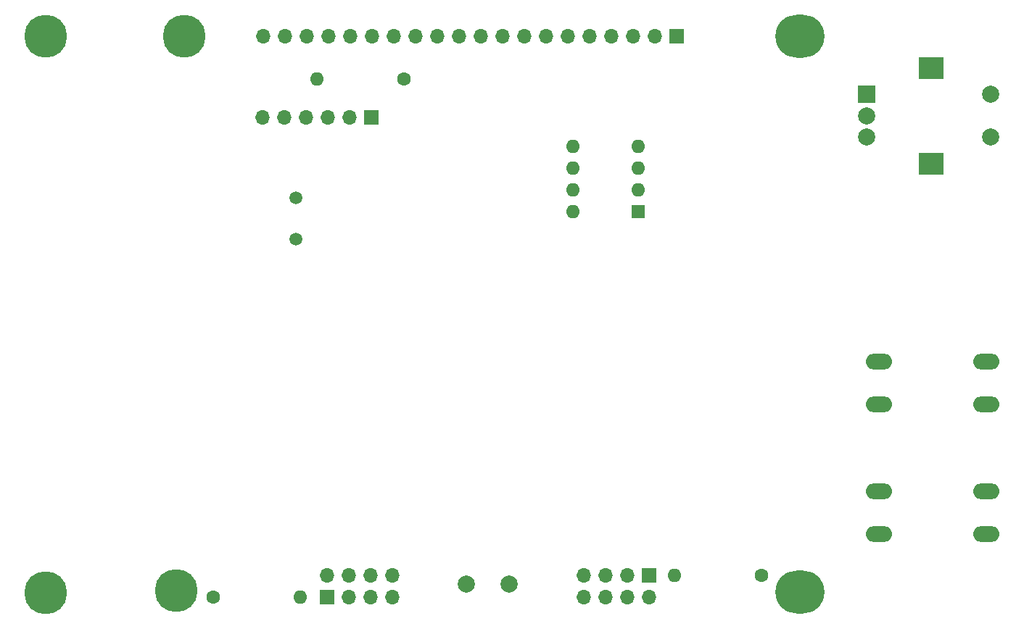
<source format=gbr>
%TF.GenerationSoftware,KiCad,Pcbnew,7.0.6*%
%TF.CreationDate,2023-08-14T13:22:58+02:00*%
%TF.ProjectId,forrasztos,666f7272-6173-47a7-946f-732e6b696361,rev?*%
%TF.SameCoordinates,Original*%
%TF.FileFunction,Soldermask,Bot*%
%TF.FilePolarity,Negative*%
%FSLAX46Y46*%
G04 Gerber Fmt 4.6, Leading zero omitted, Abs format (unit mm)*
G04 Created by KiCad (PCBNEW 7.0.6) date 2023-08-14 13:22:58*
%MOMM*%
%LPD*%
G01*
G04 APERTURE LIST*
%ADD10C,2.900000*%
%ADD11C,5.000000*%
%ADD12O,3.670000X3.100000*%
%ADD13O,5.770000X5.000000*%
%ADD14O,3.670000X2.900000*%
%ADD15O,1.700000X1.700000*%
%ADD16R,1.700000X1.700000*%
%ADD17C,1.600000*%
%ADD18O,1.600000X1.600000*%
%ADD19O,3.048000X1.850000*%
%ADD20C,1.500000*%
%ADD21C,2.000000*%
%ADD22R,1.600000X1.600000*%
%ADD23R,2.000000X2.000000*%
%ADD24R,3.000000X2.500000*%
G04 APERTURE END LIST*
D10*
%TO.C,H3*%
X111200000Y-130300000D03*
D11*
X111200000Y-130300000D03*
%TD*%
D12*
%TO.C,H2*%
X184000000Y-130400000D03*
D13*
X184000000Y-130400000D03*
%TD*%
D14*
%TO.C,H1*%
X184000000Y-65500000D03*
D13*
X184000000Y-65500000D03*
%TD*%
D15*
%TO.C,J2*%
X131340000Y-131010000D03*
X133880000Y-131010000D03*
X131340000Y-128470000D03*
X136420000Y-131010000D03*
X133880000Y-128470000D03*
X136420000Y-128470000D03*
D16*
X128800000Y-131010000D03*
D15*
X128800000Y-128470000D03*
%TD*%
%TO.C,J5*%
X163860000Y-128460000D03*
X163860000Y-131000000D03*
X161320000Y-131000000D03*
X161320000Y-128460000D03*
X158780000Y-128460000D03*
X158780000Y-131000000D03*
D16*
X166400000Y-128460000D03*
D15*
X166400000Y-131000000D03*
%TD*%
D16*
%TO.C,J3*%
X169615000Y-65500000D03*
D15*
X167075000Y-65500000D03*
X164535000Y-65500000D03*
X161995000Y-65500000D03*
X159455000Y-65500000D03*
X156915000Y-65500000D03*
X154375000Y-65500000D03*
X151835000Y-65500000D03*
X149295000Y-65500000D03*
X146755000Y-65500000D03*
X144215000Y-65500000D03*
X141675000Y-65500000D03*
X139135000Y-65500000D03*
X136595000Y-65500000D03*
X134055000Y-65500000D03*
X131515000Y-65500000D03*
X128975000Y-65500000D03*
X126435000Y-65500000D03*
X123895000Y-65500000D03*
X121355000Y-65500000D03*
%TD*%
D16*
%TO.C,J4*%
X133981000Y-74958500D03*
D15*
X131441000Y-74958500D03*
X128901000Y-74958500D03*
X126361000Y-74958500D03*
X123821000Y-74958500D03*
X121281000Y-74958500D03*
%TD*%
D17*
%TO.C,R40*%
X179560000Y-128460000D03*
D18*
X169400000Y-128460000D03*
%TD*%
D17*
%TO.C,R30*%
X137830000Y-70500000D03*
D18*
X127670000Y-70500000D03*
%TD*%
D19*
%TO.C,SW2*%
X193300000Y-103500000D03*
X205800000Y-103500000D03*
X193300000Y-108500000D03*
X205800000Y-108500000D03*
%TD*%
D10*
%TO.C,H5*%
X96000000Y-65500000D03*
D11*
X96000000Y-65500000D03*
%TD*%
D20*
%TO.C,Y1*%
X125200000Y-84350000D03*
X125200000Y-89230000D03*
%TD*%
D19*
%TO.C,SW3*%
X193300000Y-118700000D03*
X205800000Y-118700000D03*
X193300000Y-123700000D03*
X205800000Y-123700000D03*
%TD*%
D21*
%TO.C,J1*%
X145100000Y-129500000D03*
X150100000Y-129500000D03*
%TD*%
D10*
%TO.C,H6*%
X112200000Y-65500000D03*
D11*
X112200000Y-65500000D03*
%TD*%
D22*
%TO.C,U4*%
X165200000Y-86000000D03*
D18*
X165200000Y-83460000D03*
X165200000Y-80920000D03*
X165200000Y-78380000D03*
X157580000Y-78380000D03*
X157580000Y-80920000D03*
X157580000Y-83460000D03*
X157580000Y-86000000D03*
%TD*%
D17*
%TO.C,R14*%
X115520000Y-131000000D03*
D18*
X125680000Y-131000000D03*
%TD*%
D10*
%TO.C,H4*%
X96000000Y-130500000D03*
D11*
X96000000Y-130500000D03*
%TD*%
D23*
%TO.C,SW1*%
X191850000Y-72300000D03*
D21*
X191850000Y-77300000D03*
X191850000Y-74800000D03*
D24*
X199350000Y-69200000D03*
X199350000Y-80400000D03*
D21*
X206350000Y-72300000D03*
X206350000Y-77300000D03*
%TD*%
M02*

</source>
